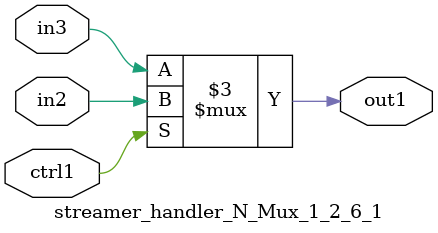
<source format=v>

`timescale 1ps / 1ps


module streamer_handler_N_Mux_1_2_6_1( in3, in2, ctrl1, out1 );

    input in3;
    input in2;
    input ctrl1;
    output out1;
    reg out1;

    
    // rtl_process:streamer_handler_N_Mux_1_2_6_1/streamer_handler_N_Mux_1_2_6_1_thread_1
    always @*
      begin : streamer_handler_N_Mux_1_2_6_1_thread_1
        case (ctrl1) 
          1'b1: 
            begin
              out1 = in2;
            end
          default: 
            begin
              out1 = in3;
            end
        endcase
      end

endmodule


</source>
